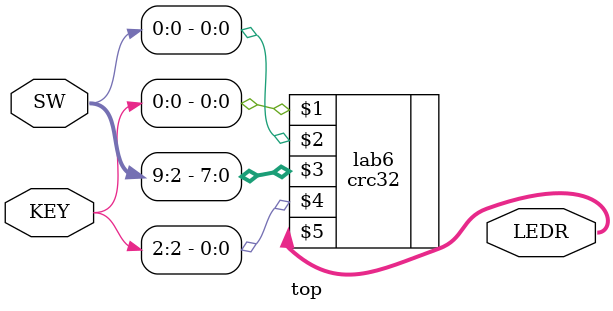
<source format=v>
module top (SW, KEY, LEDR);

    input wire [9:0] SW;        // DE-series switches
    input wire [3:0] KEY;       // DE-series pushbuttons

    output wire [9:0] LEDR;     // DE-series LEDs   

    crc32 lab6 (KEY[0], SW[0], SW[9:2], KEY[2], LEDR);
 
endmodule


</source>
